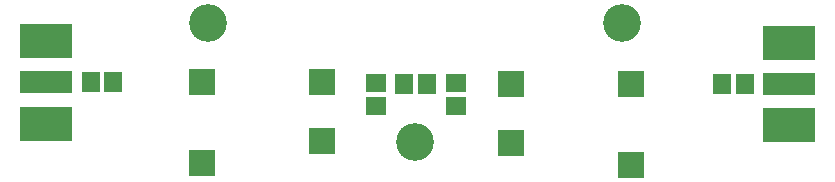
<source format=gbr>
G04 EAGLE Gerber RS-274X export*
G75*
%MOMM*%
%FSLAX34Y34*%
%LPD*%
%INSoldermask Top*%
%IPPOS*%
%AMOC8*
5,1,8,0,0,1.08239X$1,22.5*%
G01*
%ADD10C,3.203200*%
%ADD11R,1.703200X1.503200*%
%ADD12R,1.503200X1.703200*%
%ADD13R,2.203200X2.203200*%
%ADD14R,4.394200X1.981200*%
%ADD15R,4.394200X2.870200*%


D10*
X345000Y40000D03*
X170000Y140000D03*
X520000Y140000D03*
D11*
X312420Y70510D03*
X312420Y89510D03*
D12*
X335940Y88900D03*
X354940Y88900D03*
X70510Y90170D03*
X89510Y90170D03*
D13*
X266220Y90170D03*
X266220Y40170D03*
D11*
X379730Y70510D03*
X379730Y89510D03*
D12*
X624180Y88900D03*
X605180Y88900D03*
D13*
X426240Y88900D03*
X426240Y38900D03*
X165100Y21710D03*
X165100Y90010D03*
X528320Y20440D03*
X528320Y88740D03*
D14*
X32584Y90170D03*
D15*
X32584Y125116D03*
X32584Y55224D03*
D14*
X662106Y88900D03*
D15*
X662106Y53954D03*
X662106Y123846D03*
M02*

</source>
